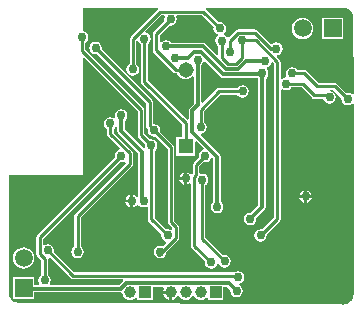
<source format=gbl>
G04*
G04 #@! TF.GenerationSoftware,Altium Limited,Altium Designer,18.0.9 (584)*
G04*
G04 Layer_Physical_Order=2*
G04 Layer_Color=16711680*
%FSLAX25Y25*%
%MOIN*%
G70*
G01*
G75*
%ADD14C,0.01000*%
%ADD56C,0.01200*%
%ADD57C,0.05150*%
%ADD58R,0.05150X0.05150*%
%ADD59R,0.03937X0.03937*%
%ADD60C,0.03937*%
%ADD61C,0.05906*%
%ADD62R,0.05906X0.05906*%
%ADD63R,0.05906X0.05906*%
%ADD64C,0.03000*%
G36*
X213013Y199339D02*
X213645Y199077D01*
X214213Y198697D01*
X214697Y198213D01*
X215077Y197645D01*
X215339Y197013D01*
X215472Y196342D01*
Y196067D01*
X215469Y196035D01*
X215471Y196024D01*
X215422Y195779D01*
X215422Y195722D01*
X215472Y195468D01*
X215488Y170705D01*
X215132Y170561D01*
X214988Y170531D01*
X214319Y170978D01*
X213500Y171141D01*
X213037Y171049D01*
X210071Y174015D01*
X209708Y174258D01*
X209278Y174343D01*
X209278Y174343D01*
X203893D01*
X199943Y178293D01*
X199579Y178536D01*
X199150Y178622D01*
X199150Y178622D01*
X196776D01*
X196514Y179014D01*
X195819Y179478D01*
X195000Y179641D01*
X194181Y179478D01*
X193486Y179014D01*
X193022Y178319D01*
X192859Y177500D01*
X193022Y176681D01*
X193078Y176597D01*
X192807Y176103D01*
X192181Y175978D01*
X191732Y175678D01*
X191232Y175945D01*
Y181360D01*
X191146Y181789D01*
X190903Y182153D01*
X190903Y182153D01*
X189973Y183083D01*
X190137Y183626D01*
X190619Y183722D01*
X191314Y184186D01*
X191778Y184881D01*
X191941Y185700D01*
X191778Y186519D01*
X191314Y187214D01*
X190619Y187678D01*
X189800Y187841D01*
X188981Y187678D01*
X188286Y187214D01*
X188121Y187198D01*
X183426Y191893D01*
X183062Y192136D01*
X182633Y192222D01*
X182633Y192222D01*
X177123D01*
X177123Y192222D01*
X176694Y192136D01*
X176330Y191893D01*
X173970Y189533D01*
X173326Y189596D01*
X173114Y189914D01*
X172419Y190378D01*
X172350Y190392D01*
X172245Y190923D01*
X172444Y191056D01*
X172908Y191751D01*
X173071Y192570D01*
X172908Y193389D01*
X172444Y194084D01*
X171749Y194548D01*
X170930Y194711D01*
X170467Y194619D01*
X166193Y198893D01*
X166075Y198972D01*
X166226Y199472D01*
X211433D01*
X211465Y199469D01*
X211476Y199471D01*
X211722Y199422D01*
X211778D01*
X212032Y199472D01*
X212342D01*
X213013Y199339D01*
D02*
G37*
G36*
X168881Y193033D02*
X168789Y192570D01*
X168952Y191751D01*
X169416Y191056D01*
X170111Y190592D01*
X170180Y190578D01*
X170285Y190047D01*
X170086Y189914D01*
X169622Y189219D01*
X169459Y188400D01*
X169622Y187581D01*
X170086Y186886D01*
X170478Y186624D01*
Y183741D01*
X170017Y183550D01*
X168922Y184644D01*
X168865Y184729D01*
X166229Y187365D01*
X165832Y187630D01*
X165364Y187724D01*
X154708D01*
X154514Y188014D01*
X153819Y188478D01*
X153000Y188641D01*
X152181Y188478D01*
X151486Y188014D01*
X151412Y187903D01*
X150912Y188054D01*
Y190335D01*
X154027Y193451D01*
X154490Y193359D01*
X155309Y193522D01*
X156004Y193986D01*
X156468Y194681D01*
X156631Y195500D01*
X156468Y196319D01*
X156322Y196537D01*
X156558Y196978D01*
X164935D01*
X168881Y193033D01*
D02*
G37*
G36*
X152658Y196537D02*
X152512Y196319D01*
X152349Y195500D01*
X152441Y195037D01*
X148997Y191593D01*
X148754Y191229D01*
X148668Y190800D01*
X148669Y190800D01*
Y185233D01*
X148668Y185233D01*
X148754Y184804D01*
X148997Y184440D01*
X155435Y178002D01*
X155435Y178002D01*
X155799Y177759D01*
X156228Y177674D01*
X156528D01*
X156727Y177194D01*
X157236Y176531D01*
X157899Y176022D01*
X158671Y175702D01*
X159500Y175593D01*
X160329Y175702D01*
X161101Y176022D01*
X161764Y176531D01*
X161776Y176547D01*
X162276Y176377D01*
Y167391D01*
X160935Y166049D01*
X160670Y165652D01*
X160576Y165184D01*
Y162207D01*
X160076Y162000D01*
X146852Y175225D01*
Y187284D01*
X147244Y187546D01*
X147708Y188241D01*
X147871Y189060D01*
X147708Y189879D01*
X147244Y190574D01*
X146549Y191038D01*
X146292Y191089D01*
X146147Y191568D01*
X151558Y196978D01*
X152422D01*
X152658Y196537D01*
D02*
G37*
G36*
X150418Y198972D02*
X150300Y198893D01*
X150300Y198893D01*
X141157Y189750D01*
X140914Y189386D01*
X140828Y188957D01*
X140828Y188957D01*
Y180636D01*
X140436Y180374D01*
X139972Y179679D01*
X139809Y178860D01*
X139972Y178041D01*
X140436Y177346D01*
X141131Y176882D01*
X141950Y176719D01*
X142769Y176882D01*
X143464Y177346D01*
X143928Y178041D01*
X144091Y178860D01*
X143928Y179679D01*
X143464Y180374D01*
X143072Y180636D01*
Y188169D01*
X143231Y188294D01*
X143388Y188278D01*
X143828Y188126D01*
X144216Y187546D01*
X144608Y187284D01*
Y174760D01*
X144608Y174760D01*
X144694Y174331D01*
X144937Y173967D01*
X158378Y160525D01*
Y156380D01*
X156325D01*
Y150030D01*
X162675D01*
Y154682D01*
X163137Y154873D01*
X165515Y152494D01*
X165370Y152016D01*
X165181Y151978D01*
X164486Y151514D01*
X164022Y150819D01*
X163859Y150000D01*
X163951Y149537D01*
X162197Y147783D01*
X161954Y147419D01*
X161868Y146990D01*
X161869Y146990D01*
Y144132D01*
X161670Y143933D01*
X161382Y143902D01*
X161058Y143948D01*
X161014Y144014D01*
X160319Y144478D01*
X159900Y144562D01*
Y142500D01*
Y140438D01*
X160319Y140522D01*
X160778Y140829D01*
X161278Y140561D01*
Y120100D01*
X161278Y120100D01*
X161364Y119671D01*
X161607Y119307D01*
X165951Y114963D01*
X165859Y114500D01*
X166022Y113681D01*
X166486Y112986D01*
X167181Y112522D01*
X168000Y112359D01*
X168819Y112522D01*
X169514Y112986D01*
X169978Y113681D01*
X170035Y113967D01*
X170356Y114035D01*
X170555Y114020D01*
X170986Y113376D01*
X171681Y112912D01*
X172500Y112749D01*
X173319Y112912D01*
X174014Y113376D01*
X174478Y114071D01*
X174641Y114890D01*
X174478Y115709D01*
X174014Y116404D01*
X173319Y116868D01*
X172500Y117031D01*
X172037Y116939D01*
X166122Y122855D01*
Y140224D01*
X166514Y140486D01*
X166978Y141181D01*
X167141Y142000D01*
X166978Y142819D01*
X166514Y143514D01*
X165819Y143978D01*
X165000Y144141D01*
X164612Y144064D01*
X164112Y144474D01*
Y146525D01*
X165537Y147951D01*
X166000Y147859D01*
X166819Y148022D01*
X167514Y148486D01*
X167978Y149181D01*
X167994Y149263D01*
X168501Y149432D01*
X168777Y149204D01*
Y134708D01*
X168486Y134514D01*
X168022Y133819D01*
X167859Y133000D01*
X168022Y132181D01*
X168486Y131486D01*
X169181Y131022D01*
X170000Y130859D01*
X170819Y131022D01*
X171514Y131486D01*
X171978Y132181D01*
X172141Y133000D01*
X171978Y133819D01*
X171514Y134514D01*
X171223Y134708D01*
Y149818D01*
X171130Y150287D01*
X170865Y150683D01*
X167983Y153565D01*
X167747Y153723D01*
X164601Y156869D01*
X164766Y157412D01*
X165319Y157522D01*
X166014Y157986D01*
X166478Y158681D01*
X166641Y159500D01*
X166478Y160319D01*
X166014Y161014D01*
X165622Y161276D01*
Y165015D01*
X170985Y170378D01*
X176724D01*
X176986Y169986D01*
X177681Y169522D01*
X178500Y169359D01*
X179319Y169522D01*
X180014Y169986D01*
X180478Y170681D01*
X180641Y171500D01*
X180478Y172319D01*
X180014Y173014D01*
X179319Y173478D01*
X178500Y173641D01*
X177681Y173478D01*
X176986Y173014D01*
X176724Y172622D01*
X170520D01*
X170520Y172622D01*
X170091Y172536D01*
X169727Y172293D01*
X169727Y172293D01*
X165185Y167752D01*
X164724Y167943D01*
Y180292D01*
X165014Y180486D01*
X165478Y181181D01*
X165524Y181412D01*
X166003Y181557D01*
X171235Y176325D01*
X171632Y176060D01*
X172100Y175967D01*
X183515D01*
X183776Y175792D01*
Y133507D01*
X181343Y131073D01*
X181000Y131141D01*
X180181Y130978D01*
X179486Y130514D01*
X179022Y129819D01*
X178859Y129000D01*
X179022Y128181D01*
X179486Y127486D01*
X180181Y127022D01*
X181000Y126859D01*
X181819Y127022D01*
X182514Y127486D01*
X182978Y128181D01*
X183141Y129000D01*
X183073Y129343D01*
X185865Y132135D01*
X186130Y132532D01*
X186223Y133000D01*
Y175792D01*
X186514Y175986D01*
X186978Y176681D01*
X187141Y177500D01*
X186978Y178319D01*
X186551Y178959D01*
X186599Y179243D01*
X186692Y179497D01*
X186819Y179522D01*
X187514Y179986D01*
X187978Y180681D01*
X188064Y181113D01*
X188607Y181277D01*
X188988Y180895D01*
Y129575D01*
X184963Y125549D01*
X184500Y125641D01*
X183681Y125478D01*
X182986Y125014D01*
X182522Y124319D01*
X182359Y123500D01*
X182522Y122681D01*
X182986Y121986D01*
X183681Y121522D01*
X184500Y121359D01*
X185319Y121522D01*
X186014Y121986D01*
X186478Y122681D01*
X186641Y123500D01*
X186549Y123963D01*
X190903Y128317D01*
X190903Y128317D01*
X191146Y128681D01*
X191232Y129110D01*
X191232Y129110D01*
Y172055D01*
X191732Y172322D01*
X192181Y172022D01*
X193000Y171859D01*
X193819Y172022D01*
X194514Y172486D01*
X194776Y172878D01*
X198165D01*
X201647Y169397D01*
X201647Y169397D01*
X202011Y169154D01*
X202440Y169069D01*
X205445D01*
X205522Y168681D01*
X205986Y167986D01*
X206681Y167522D01*
X207500Y167359D01*
X208319Y167522D01*
X209014Y167986D01*
X209478Y168681D01*
X209641Y169500D01*
X209478Y170319D01*
X209014Y171014D01*
X208319Y171478D01*
X207707Y171600D01*
X207756Y172100D01*
X208814D01*
X211451Y169463D01*
X211359Y169000D01*
X211522Y168181D01*
X211986Y167486D01*
X212681Y167022D01*
X213500Y166859D01*
X214319Y167022D01*
X214990Y167470D01*
X215125Y167442D01*
X215490Y167299D01*
X215531Y104122D01*
X215529Y104103D01*
X215488Y103951D01*
X215465Y103621D01*
X215354Y103052D01*
X215164Y102531D01*
X214896Y102047D01*
X214555Y101610D01*
X214150Y101231D01*
X213691Y100921D01*
X213189Y100686D01*
X212923Y100609D01*
X212770Y100529D01*
X212725Y100529D01*
X212605Y100506D01*
X212483Y100511D01*
X212416Y100501D01*
X212281Y100485D01*
X212145Y100475D01*
X212009Y100469D01*
X212007D01*
X211976Y100472D01*
X211964Y100470D01*
X211731Y100518D01*
X104571Y101028D01*
X104539Y101030D01*
X104526Y101029D01*
X104278Y101078D01*
X104276Y101078D01*
X104274Y101078D01*
X104218Y101078D01*
X103968Y101028D01*
X103658D01*
X102987Y101161D01*
X102355Y101423D01*
X101787Y101803D01*
X101303Y102287D01*
X100923Y102855D01*
X100661Y103487D01*
X100528Y104158D01*
Y104500D01*
Y143820D01*
X125250D01*
X125331Y182520D01*
X125794Y182711D01*
X143488Y165016D01*
Y156890D01*
X143488Y156890D01*
X143574Y156461D01*
X143817Y156097D01*
X145951Y153963D01*
X145859Y153500D01*
X146016Y152712D01*
X145994Y152681D01*
X145514Y152506D01*
X139224Y158797D01*
Y161792D01*
X139514Y161986D01*
X139978Y162681D01*
X140141Y163500D01*
X139978Y164319D01*
X139514Y165014D01*
X138819Y165478D01*
X138000Y165641D01*
X137181Y165478D01*
X136486Y165014D01*
X136022Y164319D01*
X135859Y163500D01*
X135972Y162930D01*
X135522Y162629D01*
X135239Y162818D01*
X134420Y162981D01*
X133601Y162818D01*
X132906Y162354D01*
X132442Y161659D01*
X132279Y160840D01*
X132442Y160021D01*
X132906Y159326D01*
X133299Y159064D01*
Y157330D01*
X133298Y157330D01*
X133384Y156901D01*
X133627Y156537D01*
X137594Y152570D01*
X137429Y152028D01*
X137181Y151978D01*
X136486Y151514D01*
X136022Y150819D01*
X135859Y150000D01*
X135951Y149537D01*
X110107Y123693D01*
X109864Y123329D01*
X109778Y122900D01*
X109778Y122900D01*
Y117423D01*
X109778Y117423D01*
X109864Y116994D01*
X110107Y116630D01*
X111378Y115358D01*
Y110276D01*
X110986Y110014D01*
X110522Y109319D01*
X110359Y108500D01*
X110522Y107681D01*
X110666Y107465D01*
X110431Y107024D01*
X109053D01*
Y109553D01*
X101947D01*
Y102447D01*
X109053D01*
Y104577D01*
X137819D01*
X137918Y104596D01*
X137987Y104583D01*
X138446Y104220D01*
X138498Y103830D01*
X138756Y103205D01*
X139168Y102668D01*
X139705Y102256D01*
X140330Y101998D01*
X141000Y101909D01*
X141671Y101998D01*
X142295Y102256D01*
X142832Y102668D01*
X142931Y102798D01*
X143431Y102628D01*
Y101932D01*
X148568D01*
Y106445D01*
X152125D01*
X152371Y105945D01*
X152256Y105795D01*
X151998Y105171D01*
X151962Y104900D01*
X154500D01*
Y104500D01*
X154900D01*
Y101962D01*
X155171Y101998D01*
X155795Y102256D01*
X156332Y102668D01*
X156725Y103181D01*
X156995Y103220D01*
X157005D01*
X157275Y103181D01*
X157668Y102668D01*
X158205Y102256D01*
X158829Y101998D01*
X159500Y101909D01*
X160170Y101998D01*
X160795Y102256D01*
X161332Y102668D01*
X161725Y103181D01*
X161995Y103220D01*
X162005D01*
X162275Y103181D01*
X162668Y102668D01*
X163205Y102256D01*
X163830Y101998D01*
X164500Y101909D01*
X165171Y101998D01*
X165795Y102256D01*
X166332Y102668D01*
X166431Y102798D01*
X166931Y102628D01*
Y101932D01*
X172069D01*
Y106445D01*
X173325D01*
X174427Y105343D01*
X174359Y105000D01*
X174522Y104181D01*
X174986Y103486D01*
X175681Y103022D01*
X176500Y102859D01*
X177319Y103022D01*
X178014Y103486D01*
X178478Y104181D01*
X178641Y105000D01*
X178478Y105819D01*
X178014Y106514D01*
X177395Y106928D01*
X177390Y107236D01*
X177448Y107448D01*
X177819Y107522D01*
X178514Y107986D01*
X178978Y108681D01*
X179141Y109500D01*
X178978Y110319D01*
X178514Y111014D01*
X177819Y111478D01*
X177000Y111641D01*
X176181Y111478D01*
X175707Y111162D01*
X122425D01*
X115549Y118037D01*
X115641Y118500D01*
X115478Y119319D01*
X115014Y120014D01*
X114319Y120478D01*
X113500Y120641D01*
X112681Y120478D01*
X112462Y120332D01*
X112022Y120568D01*
Y122435D01*
X137537Y147951D01*
X138000Y147859D01*
X138819Y148022D01*
X138921Y148090D01*
X139461Y147849D01*
X139494Y147610D01*
X122707Y130823D01*
X122464Y130459D01*
X122378Y130030D01*
X122378Y130030D01*
Y119776D01*
X121986Y119514D01*
X121522Y118819D01*
X121359Y118000D01*
X121522Y117181D01*
X121986Y116486D01*
X122681Y116022D01*
X123500Y115859D01*
X124319Y116022D01*
X125014Y116486D01*
X125478Y117181D01*
X125641Y118000D01*
X125478Y118819D01*
X125014Y119514D01*
X124622Y119776D01*
Y129565D01*
X141663Y146607D01*
X141906Y146971D01*
X141992Y147400D01*
X141992Y147400D01*
Y150880D01*
X141992Y150880D01*
X141906Y151309D01*
X141663Y151673D01*
X141663Y151673D01*
X135542Y157795D01*
Y159064D01*
X135934Y159326D01*
X136276Y159838D01*
X136776Y159687D01*
Y158290D01*
X136870Y157822D01*
X137135Y157425D01*
X143647Y150913D01*
Y136467D01*
X143147Y136316D01*
X143014Y136514D01*
X142319Y136978D01*
X141900Y137062D01*
Y135000D01*
Y132938D01*
X142319Y133022D01*
X143014Y133486D01*
X143199Y133763D01*
X143801D01*
X143986Y133486D01*
X144681Y133022D01*
X145500Y132859D01*
X146319Y133022D01*
X146537Y133168D01*
X146978Y132932D01*
Y128900D01*
X146978Y128900D01*
X147064Y128471D01*
X147307Y128107D01*
X151451Y123963D01*
X151359Y123500D01*
X151522Y122681D01*
X151986Y121986D01*
X152681Y121522D01*
X152938Y121471D01*
X153083Y120992D01*
X151969Y119878D01*
X151819Y119978D01*
X151000Y120141D01*
X150181Y119978D01*
X149486Y119514D01*
X149022Y118819D01*
X148859Y118000D01*
X148901Y117789D01*
X148878Y117677D01*
X148964Y117248D01*
X149207Y116884D01*
X149247Y116844D01*
X149486Y116486D01*
X149844Y116246D01*
X149884Y116207D01*
X149884Y116207D01*
X150248Y115964D01*
X150677Y115878D01*
X150789Y115901D01*
X151000Y115859D01*
X151819Y116022D01*
X152514Y116486D01*
X152978Y117181D01*
X153111Y117848D01*
X157073Y121810D01*
X157073Y121810D01*
X157316Y122174D01*
X157402Y122603D01*
X157402Y122603D01*
Y126360D01*
X157402Y126360D01*
X157316Y126789D01*
X157073Y127153D01*
X157073Y127153D01*
X155772Y128455D01*
Y152850D01*
X155772Y152850D01*
X155686Y153279D01*
X155443Y153643D01*
X155443Y153643D01*
X151049Y158037D01*
X151141Y158500D01*
X150978Y159319D01*
X150514Y160014D01*
X149819Y160478D01*
X149000Y160641D01*
X148612Y161074D01*
Y168010D01*
X148526Y168439D01*
X148283Y168803D01*
X148283Y168803D01*
X131549Y185537D01*
X131641Y186000D01*
X131478Y186819D01*
X131014Y187514D01*
X130319Y187978D01*
X129500Y188141D01*
X128681Y187978D01*
X127986Y187514D01*
X127522Y186819D01*
X127359Y186000D01*
X127522Y185181D01*
X127986Y184486D01*
X128681Y184022D01*
X129500Y183859D01*
X129963Y183951D01*
X146369Y167545D01*
Y160170D01*
X146368Y160170D01*
X146454Y159741D01*
X146697Y159377D01*
X146977Y159096D01*
X146859Y158500D01*
X147022Y157681D01*
X147486Y156986D01*
X148181Y156522D01*
X149000Y156359D01*
X149463Y156451D01*
X153528Y152385D01*
Y127990D01*
X153528Y127990D01*
X153614Y127561D01*
X153857Y127197D01*
X155079Y125975D01*
X155035Y125519D01*
X154592Y125296D01*
X154319Y125478D01*
X153500Y125641D01*
X153037Y125549D01*
X149222Y129365D01*
Y151791D01*
X149514Y151986D01*
X149978Y152681D01*
X150141Y153500D01*
X149978Y154319D01*
X149514Y155014D01*
X148819Y155478D01*
X148000Y155641D01*
X147537Y155549D01*
X145731Y157355D01*
Y165481D01*
X145732Y165481D01*
X145646Y165910D01*
X145403Y166274D01*
X145403Y166274D01*
X126122Y185555D01*
Y187724D01*
X126514Y187986D01*
X126978Y188681D01*
X127141Y189500D01*
X126978Y190319D01*
X126514Y191014D01*
X125819Y191478D01*
X125351Y191571D01*
X125367Y199472D01*
X150267D01*
X150418Y198972D01*
D02*
G37*
G36*
X121167Y109247D02*
X121167Y109247D01*
X121531Y109004D01*
X121960Y108918D01*
X121960Y108918D01*
X138524D01*
X138559Y108873D01*
X138707Y108419D01*
X137312Y107024D01*
X114569D01*
X114334Y107465D01*
X114478Y107681D01*
X114641Y108500D01*
X114478Y109319D01*
X114014Y110014D01*
X113622Y110276D01*
Y115823D01*
X113622Y115823D01*
X114046Y116054D01*
X114325Y116088D01*
X121167Y109247D01*
D02*
G37*
%LPC*%
G36*
X212053Y196053D02*
X204947D01*
Y188947D01*
X212053D01*
Y196053D01*
D02*
G37*
G36*
X198500Y196083D02*
X197573Y195961D01*
X196708Y195603D01*
X195966Y195034D01*
X195397Y194292D01*
X195039Y193427D01*
X194917Y192500D01*
X195039Y191573D01*
X195397Y190708D01*
X195966Y189966D01*
X196708Y189397D01*
X197573Y189039D01*
X198500Y188917D01*
X199427Y189039D01*
X200292Y189397D01*
X201034Y189966D01*
X201603Y190708D01*
X201961Y191573D01*
X202083Y192500D01*
X201961Y193427D01*
X201603Y194292D01*
X201034Y195034D01*
X200292Y195603D01*
X199427Y195961D01*
X198500Y196083D01*
D02*
G37*
G36*
X159100Y144562D02*
X158681Y144478D01*
X157986Y144014D01*
X157522Y143319D01*
X157438Y142900D01*
X159100D01*
Y144562D01*
D02*
G37*
G36*
Y142100D02*
X157438D01*
X157522Y141681D01*
X157986Y140986D01*
X158681Y140522D01*
X159100Y140438D01*
Y142100D01*
D02*
G37*
G36*
X199900Y138562D02*
Y136900D01*
X201562D01*
X201478Y137319D01*
X201014Y138014D01*
X200319Y138478D01*
X199900Y138562D01*
D02*
G37*
G36*
X199100D02*
X198681Y138478D01*
X197986Y138014D01*
X197522Y137319D01*
X197438Y136900D01*
X199100D01*
Y138562D01*
D02*
G37*
G36*
X141100Y137062D02*
X140681Y136978D01*
X139986Y136514D01*
X139522Y135819D01*
X139438Y135400D01*
X141100D01*
Y137062D01*
D02*
G37*
G36*
X201562Y136100D02*
X199900D01*
Y134438D01*
X200319Y134522D01*
X201014Y134986D01*
X201478Y135681D01*
X201562Y136100D01*
D02*
G37*
G36*
X199100D02*
X197438D01*
X197522Y135681D01*
X197986Y134986D01*
X198681Y134522D01*
X199100Y134438D01*
Y136100D01*
D02*
G37*
G36*
X141100Y134600D02*
X139438D01*
X139522Y134181D01*
X139986Y133486D01*
X140681Y133022D01*
X141100Y132938D01*
Y134600D01*
D02*
G37*
G36*
X105500Y119583D02*
X104573Y119461D01*
X103708Y119103D01*
X102966Y118534D01*
X102397Y117792D01*
X102039Y116927D01*
X101917Y116000D01*
X102039Y115073D01*
X102397Y114208D01*
X102966Y113466D01*
X103708Y112897D01*
X104573Y112539D01*
X105500Y112417D01*
X106427Y112539D01*
X107292Y112897D01*
X108034Y113466D01*
X108603Y114208D01*
X108961Y115073D01*
X109083Y116000D01*
X108961Y116927D01*
X108603Y117792D01*
X108034Y118534D01*
X107292Y119103D01*
X106427Y119461D01*
X105500Y119583D01*
D02*
G37*
G36*
X154100Y104100D02*
X151962D01*
X151998Y103830D01*
X152256Y103205D01*
X152668Y102668D01*
X153205Y102256D01*
X153830Y101998D01*
X154100Y101962D01*
Y104100D01*
D02*
G37*
%LPD*%
D14*
X141950Y178860D02*
Y188957D01*
X129500Y186000D02*
X147490Y168010D01*
X141950Y188957D02*
X151093Y198100D01*
X165400D01*
X149790Y190800D02*
X154490Y195500D01*
X149790Y185233D02*
Y190800D01*
Y185233D02*
X156228Y178795D01*
X159500D01*
X165400Y198100D02*
X170930Y192570D01*
X174420Y184630D02*
Y188397D01*
X178200Y182590D02*
Y188500D01*
X182970D01*
X171600Y182640D02*
Y188400D01*
X148100Y128900D02*
X153500Y123500D01*
X148100Y128900D02*
Y153400D01*
X148000Y153500D02*
X148100Y153400D01*
X110900Y122900D02*
X138000Y150000D01*
X110900Y117423D02*
Y122900D01*
Y117423D02*
X112500Y115823D01*
Y108500D02*
Y115823D01*
X159500Y153205D02*
Y160990D01*
X145730Y174760D02*
X159500Y160990D01*
X145730Y174760D02*
Y189060D01*
X176460Y110040D02*
X177000Y109500D01*
X121960Y110040D02*
X176460D01*
X113500Y118500D02*
X121960Y110040D01*
X150677Y117000D02*
X156280Y122603D01*
Y126360D01*
X154650Y127990D02*
X156280Y126360D01*
X134420Y157330D02*
Y160840D01*
Y157330D02*
X140870Y150880D01*
Y147400D02*
Y150880D01*
X123500Y130030D02*
X140870Y147400D01*
X123500Y118000D02*
Y130030D01*
X125000Y185091D02*
Y189500D01*
Y185091D02*
X144610Y165481D01*
Y156890D02*
Y165481D01*
Y156890D02*
X148000Y153500D01*
X147490Y160170D02*
Y168010D01*
Y160170D02*
X149000Y158660D01*
Y158500D02*
Y158660D01*
X150000Y117677D02*
X150677Y117000D01*
X154650Y127990D02*
Y152850D01*
X149000Y158500D02*
X154650Y152850D01*
X162990Y146990D02*
X166000Y150000D01*
X162990Y143667D02*
Y146990D01*
X162400Y143077D02*
X162990Y143667D01*
X162400Y120100D02*
Y143077D01*
Y120100D02*
X168000Y114500D01*
X165000Y122390D02*
Y142000D01*
Y122390D02*
X172500Y114890D01*
X170520Y171500D02*
X178500D01*
X164500Y165480D02*
X170520Y171500D01*
X164500Y159500D02*
Y165480D01*
X176300Y180690D02*
X178200Y182590D01*
X173550Y180690D02*
X176300D01*
X171600Y182640D02*
X173550Y180690D01*
X174420Y188397D02*
X177123Y191100D01*
X182633D01*
X188033Y185700D01*
X189800D01*
X182970Y188500D02*
X190110Y181360D01*
Y129110D02*
Y181360D01*
X184500Y123500D02*
X190110Y129110D01*
X206810Y170190D02*
X207500Y169500D01*
X202440Y170190D02*
X206810D01*
X198630Y174000D02*
X202440Y170190D01*
X193000Y174000D02*
X198630D01*
X195000Y177500D02*
X199150D01*
X209278Y173222D02*
X213500Y169000D01*
X203428Y173222D02*
X209278D01*
X199150Y177500D02*
X203428Y173222D01*
D56*
X153000Y186500D02*
X165364D01*
X164618Y184700D02*
X166200Y183118D01*
X162382Y184700D02*
X164618D01*
X160252Y182570D02*
X162382Y184700D01*
X163500Y166884D02*
Y182000D01*
X156130Y182570D02*
X160252D01*
X166200Y183090D02*
Y183118D01*
Y183090D02*
X172100Y177190D01*
X184690D01*
X185000Y177500D01*
X168000Y183836D02*
X172846Y178990D01*
X168000Y183836D02*
Y183864D01*
X165364Y186500D02*
X168000Y183864D01*
X161800Y165184D02*
X163500Y166884D01*
X173831Y107668D02*
X176500Y105000D01*
X139688Y107668D02*
X173831D01*
X137819Y105800D02*
X139688Y107668D01*
X105700Y105800D02*
X137819D01*
X105500Y106000D02*
X105700Y105800D01*
X179514Y181500D02*
X186000D01*
X177004Y178990D02*
X179514Y181500D01*
X172846Y178990D02*
X177004D01*
X138000Y158290D02*
Y163500D01*
Y158290D02*
X144870Y151420D01*
Y135630D02*
Y151420D01*
Y135630D02*
X145500Y135000D01*
X170000Y133000D02*
Y149818D01*
X167118Y152700D02*
X170000Y149818D01*
X167040Y152700D02*
X167118D01*
X161800Y157940D02*
X167040Y152700D01*
X161800Y157940D02*
Y165184D01*
X185000Y133000D02*
Y177500D01*
X181000Y129000D02*
X185000Y133000D01*
D57*
X159500Y178795D02*
D03*
D58*
Y153205D02*
D03*
D59*
X146000Y104500D02*
D03*
X169500D02*
D03*
D60*
X141000D02*
D03*
X164500D02*
D03*
X159500D02*
D03*
X154500D02*
D03*
D61*
X198500Y192500D02*
D03*
X105500Y116000D02*
D03*
D62*
X208500Y192500D02*
D03*
D63*
X105500Y106000D02*
D03*
D64*
X141950Y178860D02*
D03*
X154490Y195500D02*
D03*
X153000Y186500D02*
D03*
X163500Y182000D02*
D03*
X156130Y182570D02*
D03*
X170930Y192570D02*
D03*
X174420Y184630D02*
D03*
X178200Y188500D02*
D03*
X171600Y188400D02*
D03*
X185000Y177500D02*
D03*
X193000Y174000D02*
D03*
X195000Y177500D02*
D03*
X145730Y189060D02*
D03*
X134420Y160840D02*
D03*
X148000Y153500D02*
D03*
X189800Y185700D02*
D03*
X186000Y181500D02*
D03*
X149000Y158500D02*
D03*
X178500Y171500D02*
D03*
X159500Y142500D02*
D03*
X165000Y142000D02*
D03*
X172500Y114890D02*
D03*
X125000Y189500D02*
D03*
X177000Y109500D02*
D03*
X184500Y123500D02*
D03*
X166000Y150000D02*
D03*
X164500Y159500D02*
D03*
X153500Y123500D02*
D03*
X151000Y118000D02*
D03*
X145500Y135000D02*
D03*
X199500Y136500D02*
D03*
X138000Y163500D02*
D03*
Y150000D02*
D03*
X112500Y108500D02*
D03*
X113500Y118500D02*
D03*
X123500Y118000D02*
D03*
X207500Y169500D02*
D03*
X213500Y169000D02*
D03*
X181000Y129000D02*
D03*
X170000Y133000D02*
D03*
X168000Y114500D02*
D03*
X141500Y135000D02*
D03*
X129500Y186000D02*
D03*
X176500Y105000D02*
D03*
M02*

</source>
